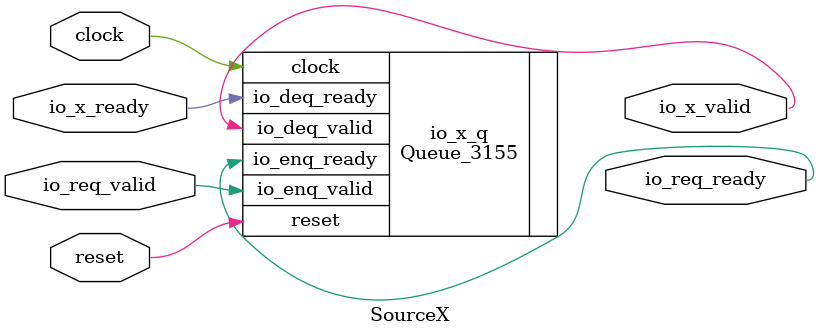
<source format=sv>
`ifndef RANDOMIZE
  `ifdef RANDOMIZE_REG_INIT
    `define RANDOMIZE
  `endif // RANDOMIZE_REG_INIT
`endif // not def RANDOMIZE
`ifndef RANDOMIZE
  `ifdef RANDOMIZE_MEM_INIT
    `define RANDOMIZE
  `endif // RANDOMIZE_MEM_INIT
`endif // not def RANDOMIZE

`ifndef RANDOM
  `define RANDOM $random
`endif // not def RANDOM

// Users can define 'PRINTF_COND' to add an extra gate to prints.
`ifndef PRINTF_COND_
  `ifdef PRINTF_COND
    `define PRINTF_COND_ (`PRINTF_COND)
  `else  // PRINTF_COND
    `define PRINTF_COND_ 1
  `endif // PRINTF_COND
`endif // not def PRINTF_COND_

// Users can define 'ASSERT_VERBOSE_COND' to add an extra gate to assert error printing.
`ifndef ASSERT_VERBOSE_COND_
  `ifdef ASSERT_VERBOSE_COND
    `define ASSERT_VERBOSE_COND_ (`ASSERT_VERBOSE_COND)
  `else  // ASSERT_VERBOSE_COND
    `define ASSERT_VERBOSE_COND_ 1
  `endif // ASSERT_VERBOSE_COND
`endif // not def ASSERT_VERBOSE_COND_

// Users can define 'STOP_COND' to add an extra gate to stop conditions.
`ifndef STOP_COND_
  `ifdef STOP_COND
    `define STOP_COND_ (`STOP_COND)
  `else  // STOP_COND
    `define STOP_COND_ 1
  `endif // STOP_COND
`endif // not def STOP_COND_

// Users can define INIT_RANDOM as general code that gets injected into the
// initializer block for modules with registers.
`ifndef INIT_RANDOM
  `define INIT_RANDOM
`endif // not def INIT_RANDOM

// If using random initialization, you can also define RANDOMIZE_DELAY to
// customize the delay used, otherwise 0.002 is used.
`ifndef RANDOMIZE_DELAY
  `define RANDOMIZE_DELAY 0.002
`endif // not def RANDOMIZE_DELAY

// Define INIT_RANDOM_PROLOG_ for use in our modules below.
`ifndef INIT_RANDOM_PROLOG_
  `ifdef RANDOMIZE
    `ifdef VERILATOR
      `define INIT_RANDOM_PROLOG_ `INIT_RANDOM
    `else  // VERILATOR
      `define INIT_RANDOM_PROLOG_ `INIT_RANDOM #`RANDOMIZE_DELAY begin end
    `endif // VERILATOR
  `else  // RANDOMIZE
    `define INIT_RANDOM_PROLOG_
  `endif // RANDOMIZE
`endif // not def INIT_RANDOM_PROLOG_

module SourceX(
  input  clock,
         reset,
         io_req_valid,
         io_x_ready,
  output io_req_ready,
         io_x_valid
);

  Queue_3155 io_x_q (	// @[Decoupled.scala:375:21]
    .clock        (clock),
    .reset        (reset),
    .io_enq_valid (io_req_valid),
    .io_deq_ready (io_x_ready),
    .io_enq_ready (io_req_ready),
    .io_deq_valid (io_x_valid)
  );
endmodule


</source>
